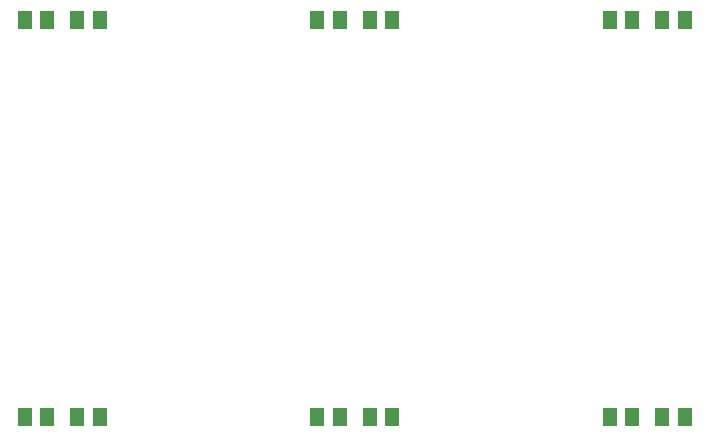
<source format=gbr>
%FSLAX34Y34*%
%MOMM*%
%LNSMDMASK_BOTTOM*%
G71*
G01*
%ADD10R, 1.300X1.600*%
%LPD*%
X73025Y-241300D02*
G54D10*
D03*
X92025Y-241300D02*
G54D10*
D03*
X117475Y-241300D02*
G54D10*
D03*
X136475Y-241300D02*
G54D10*
D03*
X320675Y-241300D02*
G54D10*
D03*
X339675Y-241300D02*
G54D10*
D03*
X365125Y-241300D02*
G54D10*
D03*
X384125Y-241300D02*
G54D10*
D03*
X568325Y-241300D02*
G54D10*
D03*
X587325Y-241300D02*
G54D10*
D03*
X612775Y-241300D02*
G54D10*
D03*
X631775Y-241300D02*
G54D10*
D03*
X73025Y-577850D02*
G54D10*
D03*
X92025Y-577850D02*
G54D10*
D03*
X117475Y-577850D02*
G54D10*
D03*
X136475Y-577850D02*
G54D10*
D03*
X320675Y-577850D02*
G54D10*
D03*
X339675Y-577850D02*
G54D10*
D03*
X365125Y-577850D02*
G54D10*
D03*
X384125Y-577850D02*
G54D10*
D03*
X568325Y-577850D02*
G54D10*
D03*
X587325Y-577850D02*
G54D10*
D03*
X612775Y-577850D02*
G54D10*
D03*
X631775Y-577850D02*
G54D10*
D03*
M02*

</source>
